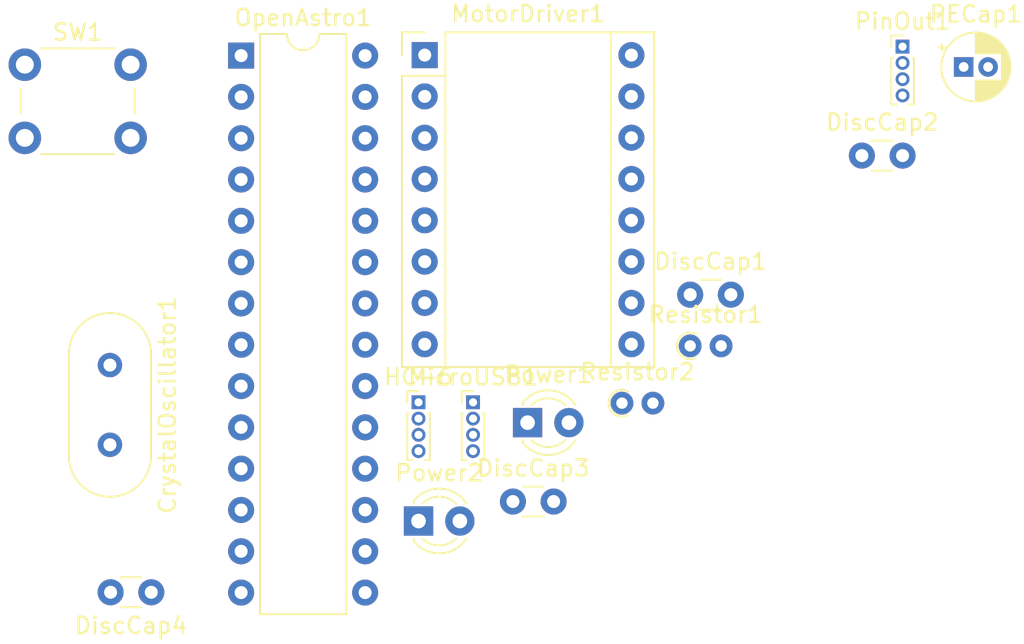
<source format=kicad_pcb>
(kicad_pcb (version 20171130) (host pcbnew "(5.1.4)-1")

  (general
    (thickness 1.6)
    (drawings 0)
    (tracks 0)
    (zones 0)
    (modules 16)
    (nets 38)
  )

  (page A4)
  (layers
    (0 F.Cu signal)
    (31 B.Cu signal)
    (32 B.Adhes user)
    (33 F.Adhes user)
    (34 B.Paste user)
    (35 F.Paste user)
    (36 B.SilkS user)
    (37 F.SilkS user)
    (38 B.Mask user)
    (39 F.Mask user)
    (40 Dwgs.User user)
    (41 Cmts.User user)
    (42 Eco1.User user)
    (43 Eco2.User user)
    (44 Edge.Cuts user)
    (45 Margin user)
    (46 B.CrtYd user)
    (47 F.CrtYd user)
    (48 B.Fab user)
    (49 F.Fab user)
  )

  (setup
    (last_trace_width 0.25)
    (trace_clearance 0.2)
    (zone_clearance 0.508)
    (zone_45_only no)
    (trace_min 0.2)
    (via_size 0.8)
    (via_drill 0.4)
    (via_min_size 0.4)
    (via_min_drill 0.3)
    (uvia_size 0.3)
    (uvia_drill 0.1)
    (uvias_allowed no)
    (uvia_min_size 0.2)
    (uvia_min_drill 0.1)
    (edge_width 0.1)
    (segment_width 0.2)
    (pcb_text_width 0.3)
    (pcb_text_size 1.5 1.5)
    (mod_edge_width 0.15)
    (mod_text_size 1 1)
    (mod_text_width 0.15)
    (pad_size 1.524 1.524)
    (pad_drill 0.762)
    (pad_to_mask_clearance 0)
    (aux_axis_origin 0 0)
    (visible_elements FFFFFF7F)
    (pcbplotparams
      (layerselection 0x010fc_ffffffff)
      (usegerberextensions false)
      (usegerberattributes false)
      (usegerberadvancedattributes false)
      (creategerberjobfile false)
      (excludeedgelayer true)
      (linewidth 0.100000)
      (plotframeref false)
      (viasonmask false)
      (mode 1)
      (useauxorigin false)
      (hpglpennumber 1)
      (hpglpenspeed 20)
      (hpglpendiameter 15.000000)
      (psnegative false)
      (psa4output false)
      (plotreference true)
      (plotvalue true)
      (plotinvisibletext false)
      (padsonsilk false)
      (subtractmaskfromsilk false)
      (outputformat 1)
      (mirror false)
      (drillshape 1)
      (scaleselection 1)
      (outputdirectory ""))
  )

  (net 0 "")
  (net 1 "Net-(CrystalOscillator1-Pad2)")
  (net 2 "Net-(CrystalOscillator1-Pad1)")
  (net 3 GND)
  (net 4 +5V)
  (net 5 "Net-(HC-6-Pad4)")
  (net 6 "Net-(HC-6-Pad3)")
  (net 7 "Net-(MicroUSB1-Pad3)")
  (net 8 "Net-(MicroUSB1-Pad2)")
  (net 9 "Net-(MotorDriver1-Pad16)")
  (net 10 VCC)
  (net 11 "Net-(MotorDriver1-Pad15)")
  (net 12 "Net-(MotorDriver1-Pad14)")
  (net 13 "Net-(MotorDriver1-Pad6)")
  (net 14 "Net-(MotorDriver1-Pad13)")
  (net 15 "Net-(MotorDriver1-Pad5)")
  (net 16 "Net-(MotorDriver1-Pad4)")
  (net 17 "Net-(MotorDriver1-Pad3)")
  (net 18 "Net-(MotorDriver1-Pad9)")
  (net 19 "Net-(OpenAstro1-Pad28)")
  (net 20 "Net-(OpenAstro1-Pad27)")
  (net 21 "Net-(OpenAstro1-Pad13)")
  (net 22 "Net-(OpenAstro1-Pad26)")
  (net 23 "Net-(OpenAstro1-Pad12)")
  (net 24 "Net-(OpenAstro1-Pad25)")
  (net 25 "Net-(OpenAstro1-Pad24)")
  (net 26 "Net-(OpenAstro1-Pad23)")
  (net 27 "Net-(OpenAstro1-Pad21)")
  (net 28 "Net-(OpenAstro1-Pad6)")
  (net 29 "Net-(OpenAstro1-Pad19)")
  (net 30 "Net-(OpenAstro1-Pad5)")
  (net 31 "Net-(OpenAstro1-Pad18)")
  (net 32 "Net-(OpenAstro1-Pad17)")
  (net 33 "Net-(OpenAstro1-Pad3)")
  (net 34 "Net-(OpenAstro1-Pad2)")
  (net 35 "Net-(OpenAstro1-Pad1)")
  (net 36 "Net-(Power1-Pad1)")
  (net 37 "Net-(Power2-Pad1)")

  (net_class Default "This is the default net class."
    (clearance 0.2)
    (trace_width 0.25)
    (via_dia 0.8)
    (via_drill 0.4)
    (uvia_dia 0.3)
    (uvia_drill 0.1)
    (add_net +5V)
    (add_net GND)
    (add_net "Net-(CrystalOscillator1-Pad1)")
    (add_net "Net-(CrystalOscillator1-Pad2)")
    (add_net "Net-(HC-6-Pad3)")
    (add_net "Net-(HC-6-Pad4)")
    (add_net "Net-(MicroUSB1-Pad2)")
    (add_net "Net-(MicroUSB1-Pad3)")
    (add_net "Net-(MotorDriver1-Pad13)")
    (add_net "Net-(MotorDriver1-Pad14)")
    (add_net "Net-(MotorDriver1-Pad15)")
    (add_net "Net-(MotorDriver1-Pad16)")
    (add_net "Net-(MotorDriver1-Pad3)")
    (add_net "Net-(MotorDriver1-Pad4)")
    (add_net "Net-(MotorDriver1-Pad5)")
    (add_net "Net-(MotorDriver1-Pad6)")
    (add_net "Net-(MotorDriver1-Pad9)")
    (add_net "Net-(OpenAstro1-Pad1)")
    (add_net "Net-(OpenAstro1-Pad12)")
    (add_net "Net-(OpenAstro1-Pad13)")
    (add_net "Net-(OpenAstro1-Pad17)")
    (add_net "Net-(OpenAstro1-Pad18)")
    (add_net "Net-(OpenAstro1-Pad19)")
    (add_net "Net-(OpenAstro1-Pad2)")
    (add_net "Net-(OpenAstro1-Pad21)")
    (add_net "Net-(OpenAstro1-Pad23)")
    (add_net "Net-(OpenAstro1-Pad24)")
    (add_net "Net-(OpenAstro1-Pad25)")
    (add_net "Net-(OpenAstro1-Pad26)")
    (add_net "Net-(OpenAstro1-Pad27)")
    (add_net "Net-(OpenAstro1-Pad28)")
    (add_net "Net-(OpenAstro1-Pad3)")
    (add_net "Net-(OpenAstro1-Pad5)")
    (add_net "Net-(OpenAstro1-Pad6)")
    (add_net "Net-(Power1-Pad1)")
    (add_net "Net-(Power2-Pad1)")
    (add_net VCC)
  )

  (module Button_Switch_THT:SW_PUSH_6mm_H4.3mm (layer F.Cu) (tedit 5A02FE31) (tstamp 5D6B441A)
    (at 123.04 53.92)
    (descr "tactile push button, 6x6mm e.g. PHAP33xx series, height=4.3mm")
    (tags "tact sw push 6mm")
    (path /5D6FC3DF)
    (fp_text reference SW1 (at 3.25 -2) (layer F.SilkS)
      (effects (font (size 1 1) (thickness 0.15)))
    )
    (fp_text value SW_Push (at 3.75 6.7) (layer F.Fab)
      (effects (font (size 1 1) (thickness 0.15)))
    )
    (fp_circle (center 3.25 2.25) (end 1.25 2.5) (layer F.Fab) (width 0.1))
    (fp_line (start 6.75 3) (end 6.75 1.5) (layer F.SilkS) (width 0.12))
    (fp_line (start 5.5 -1) (end 1 -1) (layer F.SilkS) (width 0.12))
    (fp_line (start -0.25 1.5) (end -0.25 3) (layer F.SilkS) (width 0.12))
    (fp_line (start 1 5.5) (end 5.5 5.5) (layer F.SilkS) (width 0.12))
    (fp_line (start 8 -1.25) (end 8 5.75) (layer F.CrtYd) (width 0.05))
    (fp_line (start 7.75 6) (end -1.25 6) (layer F.CrtYd) (width 0.05))
    (fp_line (start -1.5 5.75) (end -1.5 -1.25) (layer F.CrtYd) (width 0.05))
    (fp_line (start -1.25 -1.5) (end 7.75 -1.5) (layer F.CrtYd) (width 0.05))
    (fp_line (start -1.5 6) (end -1.25 6) (layer F.CrtYd) (width 0.05))
    (fp_line (start -1.5 5.75) (end -1.5 6) (layer F.CrtYd) (width 0.05))
    (fp_line (start -1.5 -1.5) (end -1.25 -1.5) (layer F.CrtYd) (width 0.05))
    (fp_line (start -1.5 -1.25) (end -1.5 -1.5) (layer F.CrtYd) (width 0.05))
    (fp_line (start 8 -1.5) (end 8 -1.25) (layer F.CrtYd) (width 0.05))
    (fp_line (start 7.75 -1.5) (end 8 -1.5) (layer F.CrtYd) (width 0.05))
    (fp_line (start 8 6) (end 8 5.75) (layer F.CrtYd) (width 0.05))
    (fp_line (start 7.75 6) (end 8 6) (layer F.CrtYd) (width 0.05))
    (fp_line (start 0.25 -0.75) (end 3.25 -0.75) (layer F.Fab) (width 0.1))
    (fp_line (start 0.25 5.25) (end 0.25 -0.75) (layer F.Fab) (width 0.1))
    (fp_line (start 6.25 5.25) (end 0.25 5.25) (layer F.Fab) (width 0.1))
    (fp_line (start 6.25 -0.75) (end 6.25 5.25) (layer F.Fab) (width 0.1))
    (fp_line (start 3.25 -0.75) (end 6.25 -0.75) (layer F.Fab) (width 0.1))
    (fp_text user %R (at 3.25 2.25) (layer F.Fab)
      (effects (font (size 1 1) (thickness 0.15)))
    )
    (pad 1 thru_hole circle (at 6.5 0 90) (size 2 2) (drill 1.1) (layers *.Cu *.Mask)
      (net 35 "Net-(OpenAstro1-Pad1)"))
    (pad 2 thru_hole circle (at 6.5 4.5 90) (size 2 2) (drill 1.1) (layers *.Cu *.Mask)
      (net 3 GND))
    (pad 1 thru_hole circle (at 0 0 90) (size 2 2) (drill 1.1) (layers *.Cu *.Mask)
      (net 35 "Net-(OpenAstro1-Pad1)"))
    (pad 2 thru_hole circle (at 0 4.5 90) (size 2 2) (drill 1.1) (layers *.Cu *.Mask)
      (net 3 GND))
    (model ${KISYS3DMOD}/Button_Switch_THT.3dshapes/SW_PUSH_6mm_H4.3mm.wrl
      (at (xyz 0 0 0))
      (scale (xyz 1 1 1))
      (rotate (xyz 0 0 0))
    )
  )

  (module Resistor_THT:R_Axial_DIN0204_L3.6mm_D1.6mm_P1.90mm_Vertical (layer F.Cu) (tedit 5AE5139B) (tstamp 5D6B43FB)
    (at 159.73 74.73)
    (descr "Resistor, Axial_DIN0204 series, Axial, Vertical, pin pitch=1.9mm, 0.167W, length*diameter=3.6*1.6mm^2, http://cdn-reichelt.de/documents/datenblatt/B400/1_4W%23YAG.pdf")
    (tags "Resistor Axial_DIN0204 series Axial Vertical pin pitch 1.9mm 0.167W length 3.6mm diameter 1.6mm")
    (path /5D6D5E84)
    (fp_text reference Resistor2 (at 0.95 -1.92) (layer F.SilkS)
      (effects (font (size 1 1) (thickness 0.15)))
    )
    (fp_text value 220 (at 0.95 1.92) (layer F.Fab)
      (effects (font (size 1 1) (thickness 0.15)))
    )
    (fp_text user %R (at 0.95 -1.92) (layer F.Fab)
      (effects (font (size 1 1) (thickness 0.15)))
    )
    (fp_line (start 2.86 -1.05) (end -1.05 -1.05) (layer F.CrtYd) (width 0.05))
    (fp_line (start 2.86 1.05) (end 2.86 -1.05) (layer F.CrtYd) (width 0.05))
    (fp_line (start -1.05 1.05) (end 2.86 1.05) (layer F.CrtYd) (width 0.05))
    (fp_line (start -1.05 -1.05) (end -1.05 1.05) (layer F.CrtYd) (width 0.05))
    (fp_line (start 0 0) (end 1.9 0) (layer F.Fab) (width 0.1))
    (fp_circle (center 0 0) (end 0.8 0) (layer F.Fab) (width 0.1))
    (fp_arc (start 0 0) (end 0.417133 -0.7) (angle -233.92106) (layer F.SilkS) (width 0.12))
    (pad 2 thru_hole oval (at 1.9 0) (size 1.4 1.4) (drill 0.7) (layers *.Cu *.Mask)
      (net 3 GND))
    (pad 1 thru_hole circle (at 0 0) (size 1.4 1.4) (drill 0.7) (layers *.Cu *.Mask)
      (net 36 "Net-(Power1-Pad1)"))
    (model ${KISYS3DMOD}/Resistor_THT.3dshapes/R_Axial_DIN0204_L3.6mm_D1.6mm_P1.90mm_Vertical.wrl
      (at (xyz 0 0 0))
      (scale (xyz 1 1 1))
      (rotate (xyz 0 0 0))
    )
  )

  (module Resistor_THT:R_Axial_DIN0204_L3.6mm_D1.6mm_P1.90mm_Vertical (layer F.Cu) (tedit 5AE5139B) (tstamp 5D6B43ED)
    (at 163.92 71.21)
    (descr "Resistor, Axial_DIN0204 series, Axial, Vertical, pin pitch=1.9mm, 0.167W, length*diameter=3.6*1.6mm^2, http://cdn-reichelt.de/documents/datenblatt/B400/1_4W%23YAG.pdf")
    (tags "Resistor Axial_DIN0204 series Axial Vertical pin pitch 1.9mm 0.167W length 3.6mm diameter 1.6mm")
    (path /5D6DBAC6)
    (fp_text reference Resistor1 (at 0.95 -1.92) (layer F.SilkS)
      (effects (font (size 1 1) (thickness 0.15)))
    )
    (fp_text value 430 (at 0.95 1.92) (layer F.Fab)
      (effects (font (size 1 1) (thickness 0.15)))
    )
    (fp_text user %R (at 0.95 -1.92) (layer F.Fab)
      (effects (font (size 1 1) (thickness 0.15)))
    )
    (fp_line (start 2.86 -1.05) (end -1.05 -1.05) (layer F.CrtYd) (width 0.05))
    (fp_line (start 2.86 1.05) (end 2.86 -1.05) (layer F.CrtYd) (width 0.05))
    (fp_line (start -1.05 1.05) (end 2.86 1.05) (layer F.CrtYd) (width 0.05))
    (fp_line (start -1.05 -1.05) (end -1.05 1.05) (layer F.CrtYd) (width 0.05))
    (fp_line (start 0 0) (end 1.9 0) (layer F.Fab) (width 0.1))
    (fp_circle (center 0 0) (end 0.8 0) (layer F.Fab) (width 0.1))
    (fp_arc (start 0 0) (end 0.417133 -0.7) (angle -233.92106) (layer F.SilkS) (width 0.12))
    (pad 2 thru_hole oval (at 1.9 0) (size 1.4 1.4) (drill 0.7) (layers *.Cu *.Mask)
      (net 3 GND))
    (pad 1 thru_hole circle (at 0 0) (size 1.4 1.4) (drill 0.7) (layers *.Cu *.Mask)
      (net 37 "Net-(Power2-Pad1)"))
    (model ${KISYS3DMOD}/Resistor_THT.3dshapes/R_Axial_DIN0204_L3.6mm_D1.6mm_P1.90mm_Vertical.wrl
      (at (xyz 0 0 0))
      (scale (xyz 1 1 1))
      (rotate (xyz 0 0 0))
    )
  )

  (module LED_THT:LED_D3.0mm (layer F.Cu) (tedit 587A3A7B) (tstamp 5D6B43DF)
    (at 147.23 81.98)
    (descr "LED, diameter 3.0mm, 2 pins")
    (tags "LED diameter 3.0mm 2 pins")
    (path /5D69431B)
    (fp_text reference Power2 (at 1.27 -2.96) (layer F.SilkS)
      (effects (font (size 1 1) (thickness 0.15)))
    )
    (fp_text value LED (at 1.27 2.96) (layer F.Fab)
      (effects (font (size 1 1) (thickness 0.15)))
    )
    (fp_line (start 3.7 -2.25) (end -1.15 -2.25) (layer F.CrtYd) (width 0.05))
    (fp_line (start 3.7 2.25) (end 3.7 -2.25) (layer F.CrtYd) (width 0.05))
    (fp_line (start -1.15 2.25) (end 3.7 2.25) (layer F.CrtYd) (width 0.05))
    (fp_line (start -1.15 -2.25) (end -1.15 2.25) (layer F.CrtYd) (width 0.05))
    (fp_line (start -0.29 1.08) (end -0.29 1.236) (layer F.SilkS) (width 0.12))
    (fp_line (start -0.29 -1.236) (end -0.29 -1.08) (layer F.SilkS) (width 0.12))
    (fp_line (start -0.23 -1.16619) (end -0.23 1.16619) (layer F.Fab) (width 0.1))
    (fp_circle (center 1.27 0) (end 2.77 0) (layer F.Fab) (width 0.1))
    (fp_arc (start 1.27 0) (end 0.229039 1.08) (angle -87.9) (layer F.SilkS) (width 0.12))
    (fp_arc (start 1.27 0) (end 0.229039 -1.08) (angle 87.9) (layer F.SilkS) (width 0.12))
    (fp_arc (start 1.27 0) (end -0.29 1.235516) (angle -108.8) (layer F.SilkS) (width 0.12))
    (fp_arc (start 1.27 0) (end -0.29 -1.235516) (angle 108.8) (layer F.SilkS) (width 0.12))
    (fp_arc (start 1.27 0) (end -0.23 -1.16619) (angle 284.3) (layer F.Fab) (width 0.1))
    (pad 2 thru_hole circle (at 2.54 0) (size 1.8 1.8) (drill 0.9) (layers *.Cu *.Mask)
      (net 10 VCC))
    (pad 1 thru_hole rect (at 0 0) (size 1.8 1.8) (drill 0.9) (layers *.Cu *.Mask)
      (net 37 "Net-(Power2-Pad1)"))
    (model ${KISYS3DMOD}/LED_THT.3dshapes/LED_D3.0mm.wrl
      (at (xyz 0 0 0))
      (scale (xyz 1 1 1))
      (rotate (xyz 0 0 0))
    )
  )

  (module LED_THT:LED_D3.0mm (layer F.Cu) (tedit 587A3A7B) (tstamp 5D6B43CC)
    (at 153.93 75.93)
    (descr "LED, diameter 3.0mm, 2 pins")
    (tags "LED diameter 3.0mm 2 pins")
    (path /5D693BAE)
    (fp_text reference Power1 (at 1.27 -2.96) (layer F.SilkS)
      (effects (font (size 1 1) (thickness 0.15)))
    )
    (fp_text value LED (at 1.27 2.96) (layer F.Fab)
      (effects (font (size 1 1) (thickness 0.15)))
    )
    (fp_line (start 3.7 -2.25) (end -1.15 -2.25) (layer F.CrtYd) (width 0.05))
    (fp_line (start 3.7 2.25) (end 3.7 -2.25) (layer F.CrtYd) (width 0.05))
    (fp_line (start -1.15 2.25) (end 3.7 2.25) (layer F.CrtYd) (width 0.05))
    (fp_line (start -1.15 -2.25) (end -1.15 2.25) (layer F.CrtYd) (width 0.05))
    (fp_line (start -0.29 1.08) (end -0.29 1.236) (layer F.SilkS) (width 0.12))
    (fp_line (start -0.29 -1.236) (end -0.29 -1.08) (layer F.SilkS) (width 0.12))
    (fp_line (start -0.23 -1.16619) (end -0.23 1.16619) (layer F.Fab) (width 0.1))
    (fp_circle (center 1.27 0) (end 2.77 0) (layer F.Fab) (width 0.1))
    (fp_arc (start 1.27 0) (end 0.229039 1.08) (angle -87.9) (layer F.SilkS) (width 0.12))
    (fp_arc (start 1.27 0) (end 0.229039 -1.08) (angle 87.9) (layer F.SilkS) (width 0.12))
    (fp_arc (start 1.27 0) (end -0.29 1.235516) (angle -108.8) (layer F.SilkS) (width 0.12))
    (fp_arc (start 1.27 0) (end -0.29 -1.235516) (angle 108.8) (layer F.SilkS) (width 0.12))
    (fp_arc (start 1.27 0) (end -0.23 -1.16619) (angle 284.3) (layer F.Fab) (width 0.1))
    (pad 2 thru_hole circle (at 2.54 0) (size 1.8 1.8) (drill 0.9) (layers *.Cu *.Mask)
      (net 4 +5V))
    (pad 1 thru_hole rect (at 0 0) (size 1.8 1.8) (drill 0.9) (layers *.Cu *.Mask)
      (net 36 "Net-(Power1-Pad1)"))
    (model ${KISYS3DMOD}/LED_THT.3dshapes/LED_D3.0mm.wrl
      (at (xyz 0 0 0))
      (scale (xyz 1 1 1))
      (rotate (xyz 0 0 0))
    )
  )

  (module Connector_PinHeader_1.00mm:PinHeader_1x04_P1.00mm_Vertical (layer F.Cu) (tedit 59FED738) (tstamp 5D6B43B9)
    (at 176.97 52.81)
    (descr "Through hole straight pin header, 1x04, 1.00mm pitch, single row")
    (tags "Through hole pin header THT 1x04 1.00mm single row")
    (path /5D6E1EF0)
    (fp_text reference PinOut1 (at 0 -1.56) (layer F.SilkS)
      (effects (font (size 1 1) (thickness 0.15)))
    )
    (fp_text value Header (at 0 4.56) (layer F.Fab)
      (effects (font (size 1 1) (thickness 0.15)))
    )
    (fp_text user %R (at 0 1.5 90) (layer F.Fab)
      (effects (font (size 0.76 0.76) (thickness 0.114)))
    )
    (fp_line (start 1.15 -1) (end -1.15 -1) (layer F.CrtYd) (width 0.05))
    (fp_line (start 1.15 4) (end 1.15 -1) (layer F.CrtYd) (width 0.05))
    (fp_line (start -1.15 4) (end 1.15 4) (layer F.CrtYd) (width 0.05))
    (fp_line (start -1.15 -1) (end -1.15 4) (layer F.CrtYd) (width 0.05))
    (fp_line (start -0.695 -0.685) (end 0 -0.685) (layer F.SilkS) (width 0.12))
    (fp_line (start -0.695 0) (end -0.695 -0.685) (layer F.SilkS) (width 0.12))
    (fp_line (start 0.608276 0.685) (end 0.695 0.685) (layer F.SilkS) (width 0.12))
    (fp_line (start -0.695 0.685) (end -0.608276 0.685) (layer F.SilkS) (width 0.12))
    (fp_line (start 0.695 0.685) (end 0.695 3.56) (layer F.SilkS) (width 0.12))
    (fp_line (start -0.695 0.685) (end -0.695 3.56) (layer F.SilkS) (width 0.12))
    (fp_line (start 0.394493 3.56) (end 0.695 3.56) (layer F.SilkS) (width 0.12))
    (fp_line (start -0.695 3.56) (end -0.394493 3.56) (layer F.SilkS) (width 0.12))
    (fp_line (start -0.635 -0.1825) (end -0.3175 -0.5) (layer F.Fab) (width 0.1))
    (fp_line (start -0.635 3.5) (end -0.635 -0.1825) (layer F.Fab) (width 0.1))
    (fp_line (start 0.635 3.5) (end -0.635 3.5) (layer F.Fab) (width 0.1))
    (fp_line (start 0.635 -0.5) (end 0.635 3.5) (layer F.Fab) (width 0.1))
    (fp_line (start -0.3175 -0.5) (end 0.635 -0.5) (layer F.Fab) (width 0.1))
    (pad 4 thru_hole oval (at 0 3) (size 0.85 0.85) (drill 0.5) (layers *.Cu *.Mask)
      (net 13 "Net-(MotorDriver1-Pad6)"))
    (pad 3 thru_hole oval (at 0 2) (size 0.85 0.85) (drill 0.5) (layers *.Cu *.Mask)
      (net 15 "Net-(MotorDriver1-Pad5)"))
    (pad 2 thru_hole oval (at 0 1) (size 0.85 0.85) (drill 0.5) (layers *.Cu *.Mask)
      (net 16 "Net-(MotorDriver1-Pad4)"))
    (pad 1 thru_hole rect (at 0 0) (size 0.85 0.85) (drill 0.5) (layers *.Cu *.Mask)
      (net 17 "Net-(MotorDriver1-Pad3)"))
    (model ${KISYS3DMOD}/Connector_PinHeader_1.00mm.3dshapes/PinHeader_1x04_P1.00mm_Vertical.wrl
      (at (xyz 0 0 0))
      (scale (xyz 1 1 1))
      (rotate (xyz 0 0 0))
    )
  )

  (module Capacitor_THT:CP_Radial_D4.0mm_P1.50mm (layer F.Cu) (tedit 5AE50EF0) (tstamp 5D6B439F)
    (at 180.724801 54.06)
    (descr "CP, Radial series, Radial, pin pitch=1.50mm, , diameter=4mm, Electrolytic Capacitor")
    (tags "CP Radial series Radial pin pitch 1.50mm  diameter 4mm Electrolytic Capacitor")
    (path /5D692B80)
    (fp_text reference PECap1 (at 0.75 -3.25) (layer F.SilkS)
      (effects (font (size 1 1) (thickness 0.15)))
    )
    (fp_text value 100uF (at 0.75 3.25) (layer F.Fab)
      (effects (font (size 1 1) (thickness 0.15)))
    )
    (fp_text user %R (at 0.75 0) (layer F.Fab)
      (effects (font (size 0.8 0.8) (thickness 0.12)))
    )
    (fp_line (start -1.319801 -1.395) (end -1.319801 -0.995) (layer F.SilkS) (width 0.12))
    (fp_line (start -1.519801 -1.195) (end -1.119801 -1.195) (layer F.SilkS) (width 0.12))
    (fp_line (start 2.831 -0.37) (end 2.831 0.37) (layer F.SilkS) (width 0.12))
    (fp_line (start 2.791 -0.537) (end 2.791 0.537) (layer F.SilkS) (width 0.12))
    (fp_line (start 2.751 -0.664) (end 2.751 0.664) (layer F.SilkS) (width 0.12))
    (fp_line (start 2.711 -0.768) (end 2.711 0.768) (layer F.SilkS) (width 0.12))
    (fp_line (start 2.671 -0.859) (end 2.671 0.859) (layer F.SilkS) (width 0.12))
    (fp_line (start 2.631 -0.94) (end 2.631 0.94) (layer F.SilkS) (width 0.12))
    (fp_line (start 2.591 -1.013) (end 2.591 1.013) (layer F.SilkS) (width 0.12))
    (fp_line (start 2.551 -1.08) (end 2.551 1.08) (layer F.SilkS) (width 0.12))
    (fp_line (start 2.511 -1.142) (end 2.511 1.142) (layer F.SilkS) (width 0.12))
    (fp_line (start 2.471 -1.2) (end 2.471 1.2) (layer F.SilkS) (width 0.12))
    (fp_line (start 2.431 -1.254) (end 2.431 1.254) (layer F.SilkS) (width 0.12))
    (fp_line (start 2.391 -1.304) (end 2.391 1.304) (layer F.SilkS) (width 0.12))
    (fp_line (start 2.351 -1.351) (end 2.351 1.351) (layer F.SilkS) (width 0.12))
    (fp_line (start 2.311 0.84) (end 2.311 1.396) (layer F.SilkS) (width 0.12))
    (fp_line (start 2.311 -1.396) (end 2.311 -0.84) (layer F.SilkS) (width 0.12))
    (fp_line (start 2.271 0.84) (end 2.271 1.438) (layer F.SilkS) (width 0.12))
    (fp_line (start 2.271 -1.438) (end 2.271 -0.84) (layer F.SilkS) (width 0.12))
    (fp_line (start 2.231 0.84) (end 2.231 1.478) (layer F.SilkS) (width 0.12))
    (fp_line (start 2.231 -1.478) (end 2.231 -0.84) (layer F.SilkS) (width 0.12))
    (fp_line (start 2.191 0.84) (end 2.191 1.516) (layer F.SilkS) (width 0.12))
    (fp_line (start 2.191 -1.516) (end 2.191 -0.84) (layer F.SilkS) (width 0.12))
    (fp_line (start 2.151 0.84) (end 2.151 1.552) (layer F.SilkS) (width 0.12))
    (fp_line (start 2.151 -1.552) (end 2.151 -0.84) (layer F.SilkS) (width 0.12))
    (fp_line (start 2.111 0.84) (end 2.111 1.587) (layer F.SilkS) (width 0.12))
    (fp_line (start 2.111 -1.587) (end 2.111 -0.84) (layer F.SilkS) (width 0.12))
    (fp_line (start 2.071 0.84) (end 2.071 1.619) (layer F.SilkS) (width 0.12))
    (fp_line (start 2.071 -1.619) (end 2.071 -0.84) (layer F.SilkS) (width 0.12))
    (fp_line (start 2.031 0.84) (end 2.031 1.65) (layer F.SilkS) (width 0.12))
    (fp_line (start 2.031 -1.65) (end 2.031 -0.84) (layer F.SilkS) (width 0.12))
    (fp_line (start 1.991 0.84) (end 1.991 1.68) (layer F.SilkS) (width 0.12))
    (fp_line (start 1.991 -1.68) (end 1.991 -0.84) (layer F.SilkS) (width 0.12))
    (fp_line (start 1.951 0.84) (end 1.951 1.708) (layer F.SilkS) (width 0.12))
    (fp_line (start 1.951 -1.708) (end 1.951 -0.84) (layer F.SilkS) (width 0.12))
    (fp_line (start 1.911 0.84) (end 1.911 1.735) (layer F.SilkS) (width 0.12))
    (fp_line (start 1.911 -1.735) (end 1.911 -0.84) (layer F.SilkS) (width 0.12))
    (fp_line (start 1.871 0.84) (end 1.871 1.76) (layer F.SilkS) (width 0.12))
    (fp_line (start 1.871 -1.76) (end 1.871 -0.84) (layer F.SilkS) (width 0.12))
    (fp_line (start 1.831 0.84) (end 1.831 1.785) (layer F.SilkS) (width 0.12))
    (fp_line (start 1.831 -1.785) (end 1.831 -0.84) (layer F.SilkS) (width 0.12))
    (fp_line (start 1.791 0.84) (end 1.791 1.808) (layer F.SilkS) (width 0.12))
    (fp_line (start 1.791 -1.808) (end 1.791 -0.84) (layer F.SilkS) (width 0.12))
    (fp_line (start 1.751 0.84) (end 1.751 1.83) (layer F.SilkS) (width 0.12))
    (fp_line (start 1.751 -1.83) (end 1.751 -0.84) (layer F.SilkS) (width 0.12))
    (fp_line (start 1.711 0.84) (end 1.711 1.851) (layer F.SilkS) (width 0.12))
    (fp_line (start 1.711 -1.851) (end 1.711 -0.84) (layer F.SilkS) (width 0.12))
    (fp_line (start 1.671 0.84) (end 1.671 1.87) (layer F.SilkS) (width 0.12))
    (fp_line (start 1.671 -1.87) (end 1.671 -0.84) (layer F.SilkS) (width 0.12))
    (fp_line (start 1.631 0.84) (end 1.631 1.889) (layer F.SilkS) (width 0.12))
    (fp_line (start 1.631 -1.889) (end 1.631 -0.84) (layer F.SilkS) (width 0.12))
    (fp_line (start 1.591 0.84) (end 1.591 1.907) (layer F.SilkS) (width 0.12))
    (fp_line (start 1.591 -1.907) (end 1.591 -0.84) (layer F.SilkS) (width 0.12))
    (fp_line (start 1.551 0.84) (end 1.551 1.924) (layer F.SilkS) (width 0.12))
    (fp_line (start 1.551 -1.924) (end 1.551 -0.84) (layer F.SilkS) (width 0.12))
    (fp_line (start 1.511 0.84) (end 1.511 1.94) (layer F.SilkS) (width 0.12))
    (fp_line (start 1.511 -1.94) (end 1.511 -0.84) (layer F.SilkS) (width 0.12))
    (fp_line (start 1.471 0.84) (end 1.471 1.954) (layer F.SilkS) (width 0.12))
    (fp_line (start 1.471 -1.954) (end 1.471 -0.84) (layer F.SilkS) (width 0.12))
    (fp_line (start 1.43 0.84) (end 1.43 1.968) (layer F.SilkS) (width 0.12))
    (fp_line (start 1.43 -1.968) (end 1.43 -0.84) (layer F.SilkS) (width 0.12))
    (fp_line (start 1.39 0.84) (end 1.39 1.982) (layer F.SilkS) (width 0.12))
    (fp_line (start 1.39 -1.982) (end 1.39 -0.84) (layer F.SilkS) (width 0.12))
    (fp_line (start 1.35 0.84) (end 1.35 1.994) (layer F.SilkS) (width 0.12))
    (fp_line (start 1.35 -1.994) (end 1.35 -0.84) (layer F.SilkS) (width 0.12))
    (fp_line (start 1.31 0.84) (end 1.31 2.005) (layer F.SilkS) (width 0.12))
    (fp_line (start 1.31 -2.005) (end 1.31 -0.84) (layer F.SilkS) (width 0.12))
    (fp_line (start 1.27 0.84) (end 1.27 2.016) (layer F.SilkS) (width 0.12))
    (fp_line (start 1.27 -2.016) (end 1.27 -0.84) (layer F.SilkS) (width 0.12))
    (fp_line (start 1.23 0.84) (end 1.23 2.025) (layer F.SilkS) (width 0.12))
    (fp_line (start 1.23 -2.025) (end 1.23 -0.84) (layer F.SilkS) (width 0.12))
    (fp_line (start 1.19 0.84) (end 1.19 2.034) (layer F.SilkS) (width 0.12))
    (fp_line (start 1.19 -2.034) (end 1.19 -0.84) (layer F.SilkS) (width 0.12))
    (fp_line (start 1.15 0.84) (end 1.15 2.042) (layer F.SilkS) (width 0.12))
    (fp_line (start 1.15 -2.042) (end 1.15 -0.84) (layer F.SilkS) (width 0.12))
    (fp_line (start 1.11 0.84) (end 1.11 2.05) (layer F.SilkS) (width 0.12))
    (fp_line (start 1.11 -2.05) (end 1.11 -0.84) (layer F.SilkS) (width 0.12))
    (fp_line (start 1.07 0.84) (end 1.07 2.056) (layer F.SilkS) (width 0.12))
    (fp_line (start 1.07 -2.056) (end 1.07 -0.84) (layer F.SilkS) (width 0.12))
    (fp_line (start 1.03 0.84) (end 1.03 2.062) (layer F.SilkS) (width 0.12))
    (fp_line (start 1.03 -2.062) (end 1.03 -0.84) (layer F.SilkS) (width 0.12))
    (fp_line (start 0.99 0.84) (end 0.99 2.067) (layer F.SilkS) (width 0.12))
    (fp_line (start 0.99 -2.067) (end 0.99 -0.84) (layer F.SilkS) (width 0.12))
    (fp_line (start 0.95 0.84) (end 0.95 2.071) (layer F.SilkS) (width 0.12))
    (fp_line (start 0.95 -2.071) (end 0.95 -0.84) (layer F.SilkS) (width 0.12))
    (fp_line (start 0.91 0.84) (end 0.91 2.074) (layer F.SilkS) (width 0.12))
    (fp_line (start 0.91 -2.074) (end 0.91 -0.84) (layer F.SilkS) (width 0.12))
    (fp_line (start 0.87 0.84) (end 0.87 2.077) (layer F.SilkS) (width 0.12))
    (fp_line (start 0.87 -2.077) (end 0.87 -0.84) (layer F.SilkS) (width 0.12))
    (fp_line (start 0.83 -2.079) (end 0.83 -0.84) (layer F.SilkS) (width 0.12))
    (fp_line (start 0.83 0.84) (end 0.83 2.079) (layer F.SilkS) (width 0.12))
    (fp_line (start 0.79 -2.08) (end 0.79 -0.84) (layer F.SilkS) (width 0.12))
    (fp_line (start 0.79 0.84) (end 0.79 2.08) (layer F.SilkS) (width 0.12))
    (fp_line (start 0.75 -2.08) (end 0.75 -0.84) (layer F.SilkS) (width 0.12))
    (fp_line (start 0.75 0.84) (end 0.75 2.08) (layer F.SilkS) (width 0.12))
    (fp_line (start -0.752554 -1.0675) (end -0.752554 -0.6675) (layer F.Fab) (width 0.1))
    (fp_line (start -0.952554 -0.8675) (end -0.552554 -0.8675) (layer F.Fab) (width 0.1))
    (fp_circle (center 0.75 0) (end 3 0) (layer F.CrtYd) (width 0.05))
    (fp_circle (center 0.75 0) (end 2.87 0) (layer F.SilkS) (width 0.12))
    (fp_circle (center 0.75 0) (end 2.75 0) (layer F.Fab) (width 0.1))
    (pad 2 thru_hole circle (at 1.5 0) (size 1.2 1.2) (drill 0.6) (layers *.Cu *.Mask)
      (net 3 GND))
    (pad 1 thru_hole rect (at 0 0) (size 1.2 1.2) (drill 0.6) (layers *.Cu *.Mask)
      (net 10 VCC))
    (model ${KISYS3DMOD}/Capacitor_THT.3dshapes/CP_Radial_D4.0mm_P1.50mm.wrl
      (at (xyz 0 0 0))
      (scale (xyz 1 1 1))
      (rotate (xyz 0 0 0))
    )
  )

  (module Package_DIP:DIP-28_W7.62mm (layer F.Cu) (tedit 5A02E8C5) (tstamp 5D6B4334)
    (at 136.33 53.36)
    (descr "28-lead though-hole mounted DIP package, row spacing 7.62 mm (300 mils)")
    (tags "THT DIP DIL PDIP 2.54mm 7.62mm 300mil")
    (path /5D6862B7)
    (fp_text reference OpenAstro1 (at 3.81 -2.33) (layer F.SilkS)
      (effects (font (size 1 1) (thickness 0.15)))
    )
    (fp_text value ATmega328P-PU (at 3.81 35.35) (layer F.Fab)
      (effects (font (size 1 1) (thickness 0.15)))
    )
    (fp_text user %R (at 3.81 16.51) (layer F.Fab)
      (effects (font (size 1 1) (thickness 0.15)))
    )
    (fp_line (start 8.7 -1.55) (end -1.1 -1.55) (layer F.CrtYd) (width 0.05))
    (fp_line (start 8.7 34.55) (end 8.7 -1.55) (layer F.CrtYd) (width 0.05))
    (fp_line (start -1.1 34.55) (end 8.7 34.55) (layer F.CrtYd) (width 0.05))
    (fp_line (start -1.1 -1.55) (end -1.1 34.55) (layer F.CrtYd) (width 0.05))
    (fp_line (start 6.46 -1.33) (end 4.81 -1.33) (layer F.SilkS) (width 0.12))
    (fp_line (start 6.46 34.35) (end 6.46 -1.33) (layer F.SilkS) (width 0.12))
    (fp_line (start 1.16 34.35) (end 6.46 34.35) (layer F.SilkS) (width 0.12))
    (fp_line (start 1.16 -1.33) (end 1.16 34.35) (layer F.SilkS) (width 0.12))
    (fp_line (start 2.81 -1.33) (end 1.16 -1.33) (layer F.SilkS) (width 0.12))
    (fp_line (start 0.635 -0.27) (end 1.635 -1.27) (layer F.Fab) (width 0.1))
    (fp_line (start 0.635 34.29) (end 0.635 -0.27) (layer F.Fab) (width 0.1))
    (fp_line (start 6.985 34.29) (end 0.635 34.29) (layer F.Fab) (width 0.1))
    (fp_line (start 6.985 -1.27) (end 6.985 34.29) (layer F.Fab) (width 0.1))
    (fp_line (start 1.635 -1.27) (end 6.985 -1.27) (layer F.Fab) (width 0.1))
    (fp_arc (start 3.81 -1.33) (end 2.81 -1.33) (angle -180) (layer F.SilkS) (width 0.12))
    (pad 28 thru_hole oval (at 7.62 0) (size 1.6 1.6) (drill 0.8) (layers *.Cu *.Mask)
      (net 19 "Net-(OpenAstro1-Pad28)"))
    (pad 14 thru_hole oval (at 0 33.02) (size 1.6 1.6) (drill 0.8) (layers *.Cu *.Mask)
      (net 18 "Net-(MotorDriver1-Pad9)"))
    (pad 27 thru_hole oval (at 7.62 2.54) (size 1.6 1.6) (drill 0.8) (layers *.Cu *.Mask)
      (net 20 "Net-(OpenAstro1-Pad27)"))
    (pad 13 thru_hole oval (at 0 30.48) (size 1.6 1.6) (drill 0.8) (layers *.Cu *.Mask)
      (net 21 "Net-(OpenAstro1-Pad13)"))
    (pad 26 thru_hole oval (at 7.62 5.08) (size 1.6 1.6) (drill 0.8) (layers *.Cu *.Mask)
      (net 22 "Net-(OpenAstro1-Pad26)"))
    (pad 12 thru_hole oval (at 0 27.94) (size 1.6 1.6) (drill 0.8) (layers *.Cu *.Mask)
      (net 23 "Net-(OpenAstro1-Pad12)"))
    (pad 25 thru_hole oval (at 7.62 7.62) (size 1.6 1.6) (drill 0.8) (layers *.Cu *.Mask)
      (net 24 "Net-(OpenAstro1-Pad25)"))
    (pad 11 thru_hole oval (at 0 25.4) (size 1.6 1.6) (drill 0.8) (layers *.Cu *.Mask)
      (net 9 "Net-(MotorDriver1-Pad16)"))
    (pad 24 thru_hole oval (at 7.62 10.16) (size 1.6 1.6) (drill 0.8) (layers *.Cu *.Mask)
      (net 25 "Net-(OpenAstro1-Pad24)"))
    (pad 10 thru_hole oval (at 0 22.86) (size 1.6 1.6) (drill 0.8) (layers *.Cu *.Mask)
      (net 1 "Net-(CrystalOscillator1-Pad2)"))
    (pad 23 thru_hole oval (at 7.62 12.7) (size 1.6 1.6) (drill 0.8) (layers *.Cu *.Mask)
      (net 26 "Net-(OpenAstro1-Pad23)"))
    (pad 9 thru_hole oval (at 0 20.32) (size 1.6 1.6) (drill 0.8) (layers *.Cu *.Mask)
      (net 2 "Net-(CrystalOscillator1-Pad1)"))
    (pad 22 thru_hole oval (at 7.62 15.24) (size 1.6 1.6) (drill 0.8) (layers *.Cu *.Mask)
      (net 3 GND))
    (pad 8 thru_hole oval (at 0 17.78) (size 1.6 1.6) (drill 0.8) (layers *.Cu *.Mask)
      (net 3 GND))
    (pad 21 thru_hole oval (at 7.62 17.78) (size 1.6 1.6) (drill 0.8) (layers *.Cu *.Mask)
      (net 27 "Net-(OpenAstro1-Pad21)"))
    (pad 7 thru_hole oval (at 0 15.24) (size 1.6 1.6) (drill 0.8) (layers *.Cu *.Mask)
      (net 4 +5V))
    (pad 20 thru_hole oval (at 7.62 20.32) (size 1.6 1.6) (drill 0.8) (layers *.Cu *.Mask)
      (net 4 +5V))
    (pad 6 thru_hole oval (at 0 12.7) (size 1.6 1.6) (drill 0.8) (layers *.Cu *.Mask)
      (net 28 "Net-(OpenAstro1-Pad6)"))
    (pad 19 thru_hole oval (at 7.62 22.86) (size 1.6 1.6) (drill 0.8) (layers *.Cu *.Mask)
      (net 29 "Net-(OpenAstro1-Pad19)"))
    (pad 5 thru_hole oval (at 0 10.16) (size 1.6 1.6) (drill 0.8) (layers *.Cu *.Mask)
      (net 30 "Net-(OpenAstro1-Pad5)"))
    (pad 18 thru_hole oval (at 7.62 25.4) (size 1.6 1.6) (drill 0.8) (layers *.Cu *.Mask)
      (net 31 "Net-(OpenAstro1-Pad18)"))
    (pad 4 thru_hole oval (at 0 7.62) (size 1.6 1.6) (drill 0.8) (layers *.Cu *.Mask)
      (net 11 "Net-(MotorDriver1-Pad15)"))
    (pad 17 thru_hole oval (at 7.62 27.94) (size 1.6 1.6) (drill 0.8) (layers *.Cu *.Mask)
      (net 32 "Net-(OpenAstro1-Pad17)"))
    (pad 3 thru_hole oval (at 0 5.08) (size 1.6 1.6) (drill 0.8) (layers *.Cu *.Mask)
      (net 33 "Net-(OpenAstro1-Pad3)"))
    (pad 16 thru_hole oval (at 7.62 30.48) (size 1.6 1.6) (drill 0.8) (layers *.Cu *.Mask)
      (net 5 "Net-(HC-6-Pad4)"))
    (pad 2 thru_hole oval (at 0 2.54) (size 1.6 1.6) (drill 0.8) (layers *.Cu *.Mask)
      (net 34 "Net-(OpenAstro1-Pad2)"))
    (pad 15 thru_hole oval (at 7.62 33.02) (size 1.6 1.6) (drill 0.8) (layers *.Cu *.Mask)
      (net 6 "Net-(HC-6-Pad3)"))
    (pad 1 thru_hole rect (at 0 0) (size 1.6 1.6) (drill 0.8) (layers *.Cu *.Mask)
      (net 35 "Net-(OpenAstro1-Pad1)"))
    (model ${KISYS3DMOD}/Package_DIP.3dshapes/DIP-28_W7.62mm.wrl
      (at (xyz 0 0 0))
      (scale (xyz 1 1 1))
      (rotate (xyz 0 0 0))
    )
  )

  (module Module:Pololu_Breakout-16_15.2x20.3mm (layer F.Cu) (tedit 58AB602C) (tstamp 5D6B4304)
    (at 147.61 53.33)
    (descr "Pololu Breakout 16-pin 15.2x20.3mm 0.6x0.8\\")
    (tags "Pololu Breakout")
    (path /5D68B505)
    (fp_text reference MotorDriver1 (at 6.35 -2.54) (layer F.SilkS)
      (effects (font (size 1 1) (thickness 0.15)))
    )
    (fp_text value Pololu_Breakout_A4988 (at 6.35 20.17) (layer F.Fab)
      (effects (font (size 1 1) (thickness 0.15)))
    )
    (fp_line (start 14.21 19.3) (end -1.53 19.3) (layer F.CrtYd) (width 0.05))
    (fp_line (start 14.21 19.3) (end 14.21 -1.52) (layer F.CrtYd) (width 0.05))
    (fp_line (start -1.53 -1.52) (end -1.53 19.3) (layer F.CrtYd) (width 0.05))
    (fp_line (start -1.53 -1.52) (end 14.21 -1.52) (layer F.CrtYd) (width 0.05))
    (fp_line (start -1.27 19.05) (end -1.27 0) (layer F.Fab) (width 0.1))
    (fp_line (start 13.97 19.05) (end -1.27 19.05) (layer F.Fab) (width 0.1))
    (fp_line (start 13.97 -1.27) (end 13.97 19.05) (layer F.Fab) (width 0.1))
    (fp_line (start 0 -1.27) (end 13.97 -1.27) (layer F.Fab) (width 0.1))
    (fp_line (start -1.27 0) (end 0 -1.27) (layer F.Fab) (width 0.1))
    (fp_line (start 14.1 -1.4) (end 1.27 -1.4) (layer F.SilkS) (width 0.12))
    (fp_line (start 14.1 19.18) (end 14.1 -1.4) (layer F.SilkS) (width 0.12))
    (fp_line (start -1.4 19.18) (end 14.1 19.18) (layer F.SilkS) (width 0.12))
    (fp_line (start -1.4 1.27) (end -1.4 19.18) (layer F.SilkS) (width 0.12))
    (fp_line (start 1.27 1.27) (end -1.4 1.27) (layer F.SilkS) (width 0.12))
    (fp_line (start 1.27 -1.4) (end 1.27 1.27) (layer F.SilkS) (width 0.12))
    (fp_line (start -1.4 -1.4) (end -1.4 0) (layer F.SilkS) (width 0.12))
    (fp_line (start 0 -1.4) (end -1.4 -1.4) (layer F.SilkS) (width 0.12))
    (fp_line (start 1.27 1.27) (end 1.27 19.18) (layer F.SilkS) (width 0.12))
    (fp_line (start 11.43 -1.4) (end 11.43 19.18) (layer F.SilkS) (width 0.12))
    (fp_text user %R (at 6.35 0) (layer F.Fab)
      (effects (font (size 1 1) (thickness 0.15)))
    )
    (pad 16 thru_hole oval (at 12.7 0) (size 1.6 1.6) (drill 0.8) (layers *.Cu *.Mask)
      (net 9 "Net-(MotorDriver1-Pad16)"))
    (pad 8 thru_hole oval (at 0 17.78) (size 1.6 1.6) (drill 0.8) (layers *.Cu *.Mask)
      (net 10 VCC))
    (pad 15 thru_hole oval (at 12.7 2.54) (size 1.6 1.6) (drill 0.8) (layers *.Cu *.Mask)
      (net 11 "Net-(MotorDriver1-Pad15)"))
    (pad 7 thru_hole oval (at 0 15.24) (size 1.6 1.6) (drill 0.8) (layers *.Cu *.Mask)
      (net 3 GND))
    (pad 14 thru_hole oval (at 12.7 5.08) (size 1.6 1.6) (drill 0.8) (layers *.Cu *.Mask)
      (net 12 "Net-(MotorDriver1-Pad14)"))
    (pad 6 thru_hole oval (at 0 12.7) (size 1.6 1.6) (drill 0.8) (layers *.Cu *.Mask)
      (net 13 "Net-(MotorDriver1-Pad6)"))
    (pad 13 thru_hole oval (at 12.7 7.62) (size 1.6 1.6) (drill 0.8) (layers *.Cu *.Mask)
      (net 14 "Net-(MotorDriver1-Pad13)"))
    (pad 5 thru_hole oval (at 0 10.16) (size 1.6 1.6) (drill 0.8) (layers *.Cu *.Mask)
      (net 15 "Net-(MotorDriver1-Pad5)"))
    (pad 12 thru_hole oval (at 12.7 10.16) (size 1.6 1.6) (drill 0.8) (layers *.Cu *.Mask)
      (net 4 +5V))
    (pad 4 thru_hole oval (at 0 7.62) (size 1.6 1.6) (drill 0.8) (layers *.Cu *.Mask)
      (net 16 "Net-(MotorDriver1-Pad4)"))
    (pad 11 thru_hole oval (at 12.7 12.7) (size 1.6 1.6) (drill 0.8) (layers *.Cu *.Mask)
      (net 4 +5V))
    (pad 3 thru_hole oval (at 0 5.08) (size 1.6 1.6) (drill 0.8) (layers *.Cu *.Mask)
      (net 17 "Net-(MotorDriver1-Pad3)"))
    (pad 10 thru_hole oval (at 12.7 15.24) (size 1.6 1.6) (drill 0.8) (layers *.Cu *.Mask)
      (net 4 +5V))
    (pad 2 thru_hole oval (at 0 2.54) (size 1.6 1.6) (drill 0.8) (layers *.Cu *.Mask)
      (net 4 +5V))
    (pad 9 thru_hole oval (at 12.7 17.78) (size 1.6 1.6) (drill 0.8) (layers *.Cu *.Mask)
      (net 18 "Net-(MotorDriver1-Pad9)"))
    (pad 1 thru_hole rect (at 0 0) (size 1.6 1.6) (drill 0.8) (layers *.Cu *.Mask)
      (net 3 GND))
    (model ${KISYS3DMOD}/Module.3dshapes/Pololu_Breakout-16_15.2x20.3mm.wrl
      (at (xyz 0 0 0))
      (scale (xyz 1 1 1))
      (rotate (xyz 0 0 0))
    )
  )

  (module Connector_PinHeader_1.00mm:PinHeader_1x04_P1.00mm_Vertical (layer F.Cu) (tedit 59FED738) (tstamp 5D6B42DC)
    (at 150.58 74.68)
    (descr "Through hole straight pin header, 1x04, 1.00mm pitch, single row")
    (tags "Through hole pin header THT 1x04 1.00mm single row")
    (path /5D6964AF)
    (fp_text reference MicroUSB1 (at 0 -1.56) (layer F.SilkS)
      (effects (font (size 1 1) (thickness 0.15)))
    )
    (fp_text value USB (at 0 4.56) (layer F.Fab)
      (effects (font (size 1 1) (thickness 0.15)))
    )
    (fp_text user %R (at 0 1.5 90) (layer F.Fab)
      (effects (font (size 0.76 0.76) (thickness 0.114)))
    )
    (fp_line (start 1.15 -1) (end -1.15 -1) (layer F.CrtYd) (width 0.05))
    (fp_line (start 1.15 4) (end 1.15 -1) (layer F.CrtYd) (width 0.05))
    (fp_line (start -1.15 4) (end 1.15 4) (layer F.CrtYd) (width 0.05))
    (fp_line (start -1.15 -1) (end -1.15 4) (layer F.CrtYd) (width 0.05))
    (fp_line (start -0.695 -0.685) (end 0 -0.685) (layer F.SilkS) (width 0.12))
    (fp_line (start -0.695 0) (end -0.695 -0.685) (layer F.SilkS) (width 0.12))
    (fp_line (start 0.608276 0.685) (end 0.695 0.685) (layer F.SilkS) (width 0.12))
    (fp_line (start -0.695 0.685) (end -0.608276 0.685) (layer F.SilkS) (width 0.12))
    (fp_line (start 0.695 0.685) (end 0.695 3.56) (layer F.SilkS) (width 0.12))
    (fp_line (start -0.695 0.685) (end -0.695 3.56) (layer F.SilkS) (width 0.12))
    (fp_line (start 0.394493 3.56) (end 0.695 3.56) (layer F.SilkS) (width 0.12))
    (fp_line (start -0.695 3.56) (end -0.394493 3.56) (layer F.SilkS) (width 0.12))
    (fp_line (start -0.635 -0.1825) (end -0.3175 -0.5) (layer F.Fab) (width 0.1))
    (fp_line (start -0.635 3.5) (end -0.635 -0.1825) (layer F.Fab) (width 0.1))
    (fp_line (start 0.635 3.5) (end -0.635 3.5) (layer F.Fab) (width 0.1))
    (fp_line (start 0.635 -0.5) (end 0.635 3.5) (layer F.Fab) (width 0.1))
    (fp_line (start -0.3175 -0.5) (end 0.635 -0.5) (layer F.Fab) (width 0.1))
    (pad 4 thru_hole oval (at 0 3) (size 0.85 0.85) (drill 0.5) (layers *.Cu *.Mask)
      (net 4 +5V))
    (pad 3 thru_hole oval (at 0 2) (size 0.85 0.85) (drill 0.5) (layers *.Cu *.Mask)
      (net 7 "Net-(MicroUSB1-Pad3)"))
    (pad 2 thru_hole oval (at 0 1) (size 0.85 0.85) (drill 0.5) (layers *.Cu *.Mask)
      (net 8 "Net-(MicroUSB1-Pad2)"))
    (pad 1 thru_hole rect (at 0 0) (size 0.85 0.85) (drill 0.5) (layers *.Cu *.Mask)
      (net 3 GND))
    (model ${KISYS3DMOD}/Connector_PinHeader_1.00mm.3dshapes/PinHeader_1x04_P1.00mm_Vertical.wrl
      (at (xyz 0 0 0))
      (scale (xyz 1 1 1))
      (rotate (xyz 0 0 0))
    )
  )

  (module Connector_PinHeader_1.00mm:PinHeader_1x04_P1.00mm_Vertical (layer F.Cu) (tedit 59FED738) (tstamp 5D6B42C2)
    (at 147.23 74.68)
    (descr "Through hole straight pin header, 1x04, 1.00mm pitch, single row")
    (tags "Through hole pin header THT 1x04 1.00mm single row")
    (path /5D68F416)
    (fp_text reference HC-6 (at 0 -1.56) (layer F.SilkS)
      (effects (font (size 1 1) (thickness 0.15)))
    )
    (fp_text value Bluetooth (at 0 4.56) (layer F.Fab)
      (effects (font (size 1 1) (thickness 0.15)))
    )
    (fp_text user %R (at 0 1.5 90) (layer F.Fab)
      (effects (font (size 0.76 0.76) (thickness 0.114)))
    )
    (fp_line (start 1.15 -1) (end -1.15 -1) (layer F.CrtYd) (width 0.05))
    (fp_line (start 1.15 4) (end 1.15 -1) (layer F.CrtYd) (width 0.05))
    (fp_line (start -1.15 4) (end 1.15 4) (layer F.CrtYd) (width 0.05))
    (fp_line (start -1.15 -1) (end -1.15 4) (layer F.CrtYd) (width 0.05))
    (fp_line (start -0.695 -0.685) (end 0 -0.685) (layer F.SilkS) (width 0.12))
    (fp_line (start -0.695 0) (end -0.695 -0.685) (layer F.SilkS) (width 0.12))
    (fp_line (start 0.608276 0.685) (end 0.695 0.685) (layer F.SilkS) (width 0.12))
    (fp_line (start -0.695 0.685) (end -0.608276 0.685) (layer F.SilkS) (width 0.12))
    (fp_line (start 0.695 0.685) (end 0.695 3.56) (layer F.SilkS) (width 0.12))
    (fp_line (start -0.695 0.685) (end -0.695 3.56) (layer F.SilkS) (width 0.12))
    (fp_line (start 0.394493 3.56) (end 0.695 3.56) (layer F.SilkS) (width 0.12))
    (fp_line (start -0.695 3.56) (end -0.394493 3.56) (layer F.SilkS) (width 0.12))
    (fp_line (start -0.635 -0.1825) (end -0.3175 -0.5) (layer F.Fab) (width 0.1))
    (fp_line (start -0.635 3.5) (end -0.635 -0.1825) (layer F.Fab) (width 0.1))
    (fp_line (start 0.635 3.5) (end -0.635 3.5) (layer F.Fab) (width 0.1))
    (fp_line (start 0.635 -0.5) (end 0.635 3.5) (layer F.Fab) (width 0.1))
    (fp_line (start -0.3175 -0.5) (end 0.635 -0.5) (layer F.Fab) (width 0.1))
    (pad 4 thru_hole oval (at 0 3) (size 0.85 0.85) (drill 0.5) (layers *.Cu *.Mask)
      (net 5 "Net-(HC-6-Pad4)"))
    (pad 3 thru_hole oval (at 0 2) (size 0.85 0.85) (drill 0.5) (layers *.Cu *.Mask)
      (net 6 "Net-(HC-6-Pad3)"))
    (pad 2 thru_hole oval (at 0 1) (size 0.85 0.85) (drill 0.5) (layers *.Cu *.Mask)
      (net 3 GND))
    (pad 1 thru_hole rect (at 0 0) (size 0.85 0.85) (drill 0.5) (layers *.Cu *.Mask)
      (net 4 +5V))
    (model ${KISYS3DMOD}/Connector_PinHeader_1.00mm.3dshapes/PinHeader_1x04_P1.00mm_Vertical.wrl
      (at (xyz 0 0 0))
      (scale (xyz 1 1 1))
      (rotate (xyz 0 0 0))
    )
  )

  (module Capacitor_THT:C_Disc_D3.0mm_W1.6mm_P2.50mm (layer F.Cu) (tedit 5AE50EF0) (tstamp 5D6B42A8)
    (at 130.81 86.36 180)
    (descr "C, Disc series, Radial, pin pitch=2.50mm, , diameter*width=3.0*1.6mm^2, Capacitor, http://www.vishay.com/docs/45233/krseries.pdf")
    (tags "C Disc series Radial pin pitch 2.50mm  diameter 3.0mm width 1.6mm Capacitor")
    (path /5D6906F1)
    (fp_text reference DiscCap4 (at 1.25 -2.05) (layer F.SilkS)
      (effects (font (size 1 1) (thickness 0.15)))
    )
    (fp_text value 220 (at 1.25 2.05) (layer F.Fab)
      (effects (font (size 1 1) (thickness 0.15)))
    )
    (fp_text user %R (at 1.25 0) (layer F.Fab)
      (effects (font (size 0.6 0.6) (thickness 0.09)))
    )
    (fp_line (start 3.55 -1.05) (end -1.05 -1.05) (layer F.CrtYd) (width 0.05))
    (fp_line (start 3.55 1.05) (end 3.55 -1.05) (layer F.CrtYd) (width 0.05))
    (fp_line (start -1.05 1.05) (end 3.55 1.05) (layer F.CrtYd) (width 0.05))
    (fp_line (start -1.05 -1.05) (end -1.05 1.05) (layer F.CrtYd) (width 0.05))
    (fp_line (start 0.621 0.92) (end 1.879 0.92) (layer F.SilkS) (width 0.12))
    (fp_line (start 0.621 -0.92) (end 1.879 -0.92) (layer F.SilkS) (width 0.12))
    (fp_line (start 2.75 -0.8) (end -0.25 -0.8) (layer F.Fab) (width 0.1))
    (fp_line (start 2.75 0.8) (end 2.75 -0.8) (layer F.Fab) (width 0.1))
    (fp_line (start -0.25 0.8) (end 2.75 0.8) (layer F.Fab) (width 0.1))
    (fp_line (start -0.25 -0.8) (end -0.25 0.8) (layer F.Fab) (width 0.1))
    (pad 2 thru_hole circle (at 2.5 0 180) (size 1.6 1.6) (drill 0.8) (layers *.Cu *.Mask)
      (net 1 "Net-(CrystalOscillator1-Pad2)"))
    (pad 1 thru_hole circle (at 0 0 180) (size 1.6 1.6) (drill 0.8) (layers *.Cu *.Mask)
      (net 3 GND))
    (model ${KISYS3DMOD}/Capacitor_THT.3dshapes/C_Disc_D3.0mm_W1.6mm_P2.50mm.wrl
      (at (xyz 0 0 0))
      (scale (xyz 1 1 1))
      (rotate (xyz 0 0 0))
    )
  )

  (module Capacitor_THT:C_Disc_D3.0mm_W1.6mm_P2.50mm (layer F.Cu) (tedit 5AE50EF0) (tstamp 5D6B4297)
    (at 153.03 80.78)
    (descr "C, Disc series, Radial, pin pitch=2.50mm, , diameter*width=3.0*1.6mm^2, Capacitor, http://www.vishay.com/docs/45233/krseries.pdf")
    (tags "C Disc series Radial pin pitch 2.50mm  diameter 3.0mm width 1.6mm Capacitor")
    (path /5D691353)
    (fp_text reference DiscCap3 (at 1.25 -2.05) (layer F.SilkS)
      (effects (font (size 1 1) (thickness 0.15)))
    )
    (fp_text value 220 (at 1.25 2.05) (layer F.Fab)
      (effects (font (size 1 1) (thickness 0.15)))
    )
    (fp_text user %R (at 1.25 0) (layer F.Fab)
      (effects (font (size 0.6 0.6) (thickness 0.09)))
    )
    (fp_line (start 3.55 -1.05) (end -1.05 -1.05) (layer F.CrtYd) (width 0.05))
    (fp_line (start 3.55 1.05) (end 3.55 -1.05) (layer F.CrtYd) (width 0.05))
    (fp_line (start -1.05 1.05) (end 3.55 1.05) (layer F.CrtYd) (width 0.05))
    (fp_line (start -1.05 -1.05) (end -1.05 1.05) (layer F.CrtYd) (width 0.05))
    (fp_line (start 0.621 0.92) (end 1.879 0.92) (layer F.SilkS) (width 0.12))
    (fp_line (start 0.621 -0.92) (end 1.879 -0.92) (layer F.SilkS) (width 0.12))
    (fp_line (start 2.75 -0.8) (end -0.25 -0.8) (layer F.Fab) (width 0.1))
    (fp_line (start 2.75 0.8) (end 2.75 -0.8) (layer F.Fab) (width 0.1))
    (fp_line (start -0.25 0.8) (end 2.75 0.8) (layer F.Fab) (width 0.1))
    (fp_line (start -0.25 -0.8) (end -0.25 0.8) (layer F.Fab) (width 0.1))
    (pad 2 thru_hole circle (at 2.5 0) (size 1.6 1.6) (drill 0.8) (layers *.Cu *.Mask)
      (net 3 GND))
    (pad 1 thru_hole circle (at 0 0) (size 1.6 1.6) (drill 0.8) (layers *.Cu *.Mask)
      (net 2 "Net-(CrystalOscillator1-Pad1)"))
    (model ${KISYS3DMOD}/Capacitor_THT.3dshapes/C_Disc_D3.0mm_W1.6mm_P2.50mm.wrl
      (at (xyz 0 0 0))
      (scale (xyz 1 1 1))
      (rotate (xyz 0 0 0))
    )
  )

  (module Capacitor_THT:C_Disc_D3.0mm_W1.6mm_P2.50mm (layer F.Cu) (tedit 5AE50EF0) (tstamp 5D6B4286)
    (at 174.47 59.51)
    (descr "C, Disc series, Radial, pin pitch=2.50mm, , diameter*width=3.0*1.6mm^2, Capacitor, http://www.vishay.com/docs/45233/krseries.pdf")
    (tags "C Disc series Radial pin pitch 2.50mm  diameter 3.0mm width 1.6mm Capacitor")
    (path /5D6919D1)
    (fp_text reference DiscCap2 (at 1.25 -2.05) (layer F.SilkS)
      (effects (font (size 1 1) (thickness 0.15)))
    )
    (fp_text value 104 (at 1.25 2.05) (layer F.Fab)
      (effects (font (size 1 1) (thickness 0.15)))
    )
    (fp_text user %R (at 1.25 0) (layer F.Fab)
      (effects (font (size 0.6 0.6) (thickness 0.09)))
    )
    (fp_line (start 3.55 -1.05) (end -1.05 -1.05) (layer F.CrtYd) (width 0.05))
    (fp_line (start 3.55 1.05) (end 3.55 -1.05) (layer F.CrtYd) (width 0.05))
    (fp_line (start -1.05 1.05) (end 3.55 1.05) (layer F.CrtYd) (width 0.05))
    (fp_line (start -1.05 -1.05) (end -1.05 1.05) (layer F.CrtYd) (width 0.05))
    (fp_line (start 0.621 0.92) (end 1.879 0.92) (layer F.SilkS) (width 0.12))
    (fp_line (start 0.621 -0.92) (end 1.879 -0.92) (layer F.SilkS) (width 0.12))
    (fp_line (start 2.75 -0.8) (end -0.25 -0.8) (layer F.Fab) (width 0.1))
    (fp_line (start 2.75 0.8) (end 2.75 -0.8) (layer F.Fab) (width 0.1))
    (fp_line (start -0.25 0.8) (end 2.75 0.8) (layer F.Fab) (width 0.1))
    (fp_line (start -0.25 -0.8) (end -0.25 0.8) (layer F.Fab) (width 0.1))
    (pad 2 thru_hole circle (at 2.5 0) (size 1.6 1.6) (drill 0.8) (layers *.Cu *.Mask)
      (net 3 GND))
    (pad 1 thru_hole circle (at 0 0) (size 1.6 1.6) (drill 0.8) (layers *.Cu *.Mask)
      (net 4 +5V))
    (model ${KISYS3DMOD}/Capacitor_THT.3dshapes/C_Disc_D3.0mm_W1.6mm_P2.50mm.wrl
      (at (xyz 0 0 0))
      (scale (xyz 1 1 1))
      (rotate (xyz 0 0 0))
    )
  )

  (module Capacitor_THT:C_Disc_D3.0mm_W1.6mm_P2.50mm (layer F.Cu) (tedit 5AE50EF0) (tstamp 5D6B4275)
    (at 163.92 68.06)
    (descr "C, Disc series, Radial, pin pitch=2.50mm, , diameter*width=3.0*1.6mm^2, Capacitor, http://www.vishay.com/docs/45233/krseries.pdf")
    (tags "C Disc series Radial pin pitch 2.50mm  diameter 3.0mm width 1.6mm Capacitor")
    (path /5D69226F)
    (fp_text reference DiscCap1 (at 1.25 -2.05) (layer F.SilkS)
      (effects (font (size 1 1) (thickness 0.15)))
    )
    (fp_text value 104 (at 1.25 2.05) (layer F.Fab)
      (effects (font (size 1 1) (thickness 0.15)))
    )
    (fp_text user %R (at 1.25 0) (layer F.Fab)
      (effects (font (size 0.6 0.6) (thickness 0.09)))
    )
    (fp_line (start 3.55 -1.05) (end -1.05 -1.05) (layer F.CrtYd) (width 0.05))
    (fp_line (start 3.55 1.05) (end 3.55 -1.05) (layer F.CrtYd) (width 0.05))
    (fp_line (start -1.05 1.05) (end 3.55 1.05) (layer F.CrtYd) (width 0.05))
    (fp_line (start -1.05 -1.05) (end -1.05 1.05) (layer F.CrtYd) (width 0.05))
    (fp_line (start 0.621 0.92) (end 1.879 0.92) (layer F.SilkS) (width 0.12))
    (fp_line (start 0.621 -0.92) (end 1.879 -0.92) (layer F.SilkS) (width 0.12))
    (fp_line (start 2.75 -0.8) (end -0.25 -0.8) (layer F.Fab) (width 0.1))
    (fp_line (start 2.75 0.8) (end 2.75 -0.8) (layer F.Fab) (width 0.1))
    (fp_line (start -0.25 0.8) (end 2.75 0.8) (layer F.Fab) (width 0.1))
    (fp_line (start -0.25 -0.8) (end -0.25 0.8) (layer F.Fab) (width 0.1))
    (pad 2 thru_hole circle (at 2.5 0) (size 1.6 1.6) (drill 0.8) (layers *.Cu *.Mask)
      (net 3 GND))
    (pad 1 thru_hole circle (at 0 0) (size 1.6 1.6) (drill 0.8) (layers *.Cu *.Mask)
      (net 4 +5V))
    (model ${KISYS3DMOD}/Capacitor_THT.3dshapes/C_Disc_D3.0mm_W1.6mm_P2.50mm.wrl
      (at (xyz 0 0 0))
      (scale (xyz 1 1 1))
      (rotate (xyz 0 0 0))
    )
  )

  (module Crystal:Crystal_HC18-U_Vertical (layer F.Cu) (tedit 5A1AD3B7) (tstamp 5D6B4264)
    (at 128.27 72.39 270)
    (descr "Crystal THT HC-18/U, http://5hertz.com/pdfs/04404_D.pdf")
    (tags "THT crystalHC-18/U")
    (path /5D689D65)
    (fp_text reference CrystalOscillator1 (at 2.45 -3.525 90) (layer F.SilkS)
      (effects (font (size 1 1) (thickness 0.15)))
    )
    (fp_text value 16.000 (at 2.45 3.525 90) (layer F.Fab)
      (effects (font (size 1 1) (thickness 0.15)))
    )
    (fp_arc (start 5.575 0) (end 5.575 -2.525) (angle 180) (layer F.SilkS) (width 0.12))
    (fp_arc (start -0.675 0) (end -0.675 -2.525) (angle -180) (layer F.SilkS) (width 0.12))
    (fp_arc (start 5.45 0) (end 5.45 -2) (angle 180) (layer F.Fab) (width 0.1))
    (fp_arc (start -0.55 0) (end -0.55 -2) (angle -180) (layer F.Fab) (width 0.1))
    (fp_arc (start 5.575 0) (end 5.575 -2.325) (angle 180) (layer F.Fab) (width 0.1))
    (fp_arc (start -0.675 0) (end -0.675 -2.325) (angle -180) (layer F.Fab) (width 0.1))
    (fp_line (start 8.4 -2.8) (end -3.5 -2.8) (layer F.CrtYd) (width 0.05))
    (fp_line (start 8.4 2.8) (end 8.4 -2.8) (layer F.CrtYd) (width 0.05))
    (fp_line (start -3.5 2.8) (end 8.4 2.8) (layer F.CrtYd) (width 0.05))
    (fp_line (start -3.5 -2.8) (end -3.5 2.8) (layer F.CrtYd) (width 0.05))
    (fp_line (start -0.675 2.525) (end 5.575 2.525) (layer F.SilkS) (width 0.12))
    (fp_line (start -0.675 -2.525) (end 5.575 -2.525) (layer F.SilkS) (width 0.12))
    (fp_line (start -0.55 2) (end 5.45 2) (layer F.Fab) (width 0.1))
    (fp_line (start -0.55 -2) (end 5.45 -2) (layer F.Fab) (width 0.1))
    (fp_line (start -0.675 2.325) (end 5.575 2.325) (layer F.Fab) (width 0.1))
    (fp_line (start -0.675 -2.325) (end 5.575 -2.325) (layer F.Fab) (width 0.1))
    (fp_text user %R (at 2.45 0 90) (layer F.Fab)
      (effects (font (size 1 1) (thickness 0.15)))
    )
    (pad 2 thru_hole circle (at 4.9 0 270) (size 1.5 1.5) (drill 0.8) (layers *.Cu *.Mask)
      (net 1 "Net-(CrystalOscillator1-Pad2)"))
    (pad 1 thru_hole circle (at 0 0 270) (size 1.5 1.5) (drill 0.8) (layers *.Cu *.Mask)
      (net 2 "Net-(CrystalOscillator1-Pad1)"))
    (model ${KISYS3DMOD}/Crystal.3dshapes/Crystal_HC18-U_Vertical.wrl
      (at (xyz 0 0 0))
      (scale (xyz 1 1 1))
      (rotate (xyz 0 0 0))
    )
  )

)

</source>
